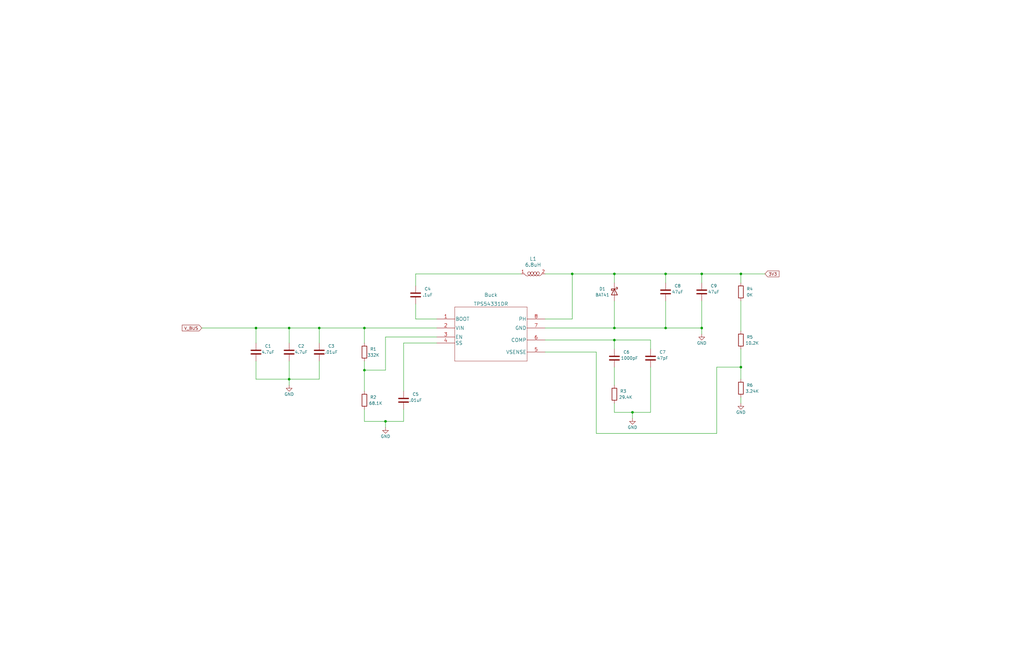
<source format=kicad_sch>
(kicad_sch (version 20211123) (generator eeschema)

  (uuid e8ff6f64-ddbd-4a4a-bbe6-53f2d354815a)

  (paper "USLedger")

  (title_block
    (title "OPEN VIBRATION CIRCUIT SCHEMATIC LAYOUT")
    (date "12-05-2022")
    (rev "A")
    (company "COMPANY: NSE")
    (comment 1 "CHECKED: ANTHONY DOUD")
    (comment 2 "REVIEWED: ZACH LAHNERS")
    (comment 3 "DRAFTED: DAMIEN MORALES")
  )

  (lib_symbols
    (symbol "Device:C" (pin_numbers hide) (pin_names (offset 0.254)) (in_bom yes) (on_board yes)
      (property "Reference" "C" (id 0) (at 0.635 2.54 0)
        (effects (font (size 1.27 1.27)) (justify left))
      )
      (property "Value" "C" (id 1) (at 0.635 -2.54 0)
        (effects (font (size 1.27 1.27)) (justify left))
      )
      (property "Footprint" "" (id 2) (at 0.9652 -3.81 0)
        (effects (font (size 1.27 1.27)) hide)
      )
      (property "Datasheet" "~" (id 3) (at 0 0 0)
        (effects (font (size 1.27 1.27)) hide)
      )
      (property "ki_keywords" "cap capacitor" (id 4) (at 0 0 0)
        (effects (font (size 1.27 1.27)) hide)
      )
      (property "ki_description" "Unpolarized capacitor" (id 5) (at 0 0 0)
        (effects (font (size 1.27 1.27)) hide)
      )
      (property "ki_fp_filters" "C_*" (id 6) (at 0 0 0)
        (effects (font (size 1.27 1.27)) hide)
      )
      (symbol "C_0_1"
        (polyline
          (pts
            (xy -2.032 -0.762)
            (xy 2.032 -0.762)
          )
          (stroke (width 0.508) (type default) (color 0 0 0 0))
          (fill (type none))
        )
        (polyline
          (pts
            (xy -2.032 0.762)
            (xy 2.032 0.762)
          )
          (stroke (width 0.508) (type default) (color 0 0 0 0))
          (fill (type none))
        )
      )
      (symbol "C_1_1"
        (pin passive line (at 0 3.81 270) (length 2.794)
          (name "~" (effects (font (size 1.27 1.27))))
          (number "1" (effects (font (size 1.27 1.27))))
        )
        (pin passive line (at 0 -3.81 90) (length 2.794)
          (name "~" (effects (font (size 1.27 1.27))))
          (number "2" (effects (font (size 1.27 1.27))))
        )
      )
    )
    (symbol "Device:R" (pin_numbers hide) (pin_names (offset 0)) (in_bom yes) (on_board yes)
      (property "Reference" "R" (id 0) (at 2.032 0 90)
        (effects (font (size 1.27 1.27)))
      )
      (property "Value" "R" (id 1) (at 0 0 90)
        (effects (font (size 1.27 1.27)))
      )
      (property "Footprint" "" (id 2) (at -1.778 0 90)
        (effects (font (size 1.27 1.27)) hide)
      )
      (property "Datasheet" "~" (id 3) (at 0 0 0)
        (effects (font (size 1.27 1.27)) hide)
      )
      (property "ki_keywords" "R res resistor" (id 4) (at 0 0 0)
        (effects (font (size 1.27 1.27)) hide)
      )
      (property "ki_description" "Resistor" (id 5) (at 0 0 0)
        (effects (font (size 1.27 1.27)) hide)
      )
      (property "ki_fp_filters" "R_*" (id 6) (at 0 0 0)
        (effects (font (size 1.27 1.27)) hide)
      )
      (symbol "R_0_1"
        (rectangle (start -1.016 -2.54) (end 1.016 2.54)
          (stroke (width 0.254) (type default) (color 0 0 0 0))
          (fill (type none))
        )
      )
      (symbol "R_1_1"
        (pin passive line (at 0 3.81 270) (length 1.27)
          (name "~" (effects (font (size 1.27 1.27))))
          (number "1" (effects (font (size 1.27 1.27))))
        )
        (pin passive line (at 0 -3.81 90) (length 1.27)
          (name "~" (effects (font (size 1.27 1.27))))
          (number "2" (effects (font (size 1.27 1.27))))
        )
      )
    )
    (symbol "Diode:BAT41" (pin_numbers hide) (pin_names (offset 1.016) hide) (in_bom yes) (on_board yes)
      (property "Reference" "D" (id 0) (at 0 2.54 0)
        (effects (font (size 1.27 1.27)))
      )
      (property "Value" "BAT41" (id 1) (at 0 -2.54 0)
        (effects (font (size 1.27 1.27)))
      )
      (property "Footprint" "Diode_THT:D_DO-35_SOD27_P7.62mm_Horizontal" (id 2) (at 0 -4.445 0)
        (effects (font (size 1.27 1.27)) hide)
      )
      (property "Datasheet" "http://www.vishay.com/docs/85659/bat41.pdf" (id 3) (at 0 0 0)
        (effects (font (size 1.27 1.27)) hide)
      )
      (property "ki_keywords" "diode Schottky" (id 4) (at 0 0 0)
        (effects (font (size 1.27 1.27)) hide)
      )
      (property "ki_description" "100V 0.1A Small Signal Schottky Diode, DO-35" (id 5) (at 0 0 0)
        (effects (font (size 1.27 1.27)) hide)
      )
      (property "ki_fp_filters" "D*DO?35*" (id 6) (at 0 0 0)
        (effects (font (size 1.27 1.27)) hide)
      )
      (symbol "BAT41_0_1"
        (polyline
          (pts
            (xy 1.27 0)
            (xy -1.27 0)
          )
          (stroke (width 0) (type default) (color 0 0 0 0))
          (fill (type none))
        )
        (polyline
          (pts
            (xy 1.27 1.27)
            (xy 1.27 -1.27)
            (xy -1.27 0)
            (xy 1.27 1.27)
          )
          (stroke (width 0.254) (type default) (color 0 0 0 0))
          (fill (type none))
        )
        (polyline
          (pts
            (xy -1.905 0.635)
            (xy -1.905 1.27)
            (xy -1.27 1.27)
            (xy -1.27 -1.27)
            (xy -0.635 -1.27)
            (xy -0.635 -0.635)
          )
          (stroke (width 0.254) (type default) (color 0 0 0 0))
          (fill (type none))
        )
      )
      (symbol "BAT41_1_1"
        (pin passive line (at -3.81 0 0) (length 2.54)
          (name "K" (effects (font (size 1.27 1.27))))
          (number "1" (effects (font (size 1.27 1.27))))
        )
        (pin passive line (at 3.81 0 180) (length 2.54)
          (name "A" (effects (font (size 1.27 1.27))))
          (number "2" (effects (font (size 1.27 1.27))))
        )
      )
    )
    (symbol "TPS54331DR_1" (pin_names (offset 0.254)) (in_bom yes) (on_board yes)
      (property "Reference" "Buck" (id 0) (at 22.86 -20.32 0)
        (effects (font (size 1.524 1.524)))
      )
      (property "Value" "TPS54331DR" (id 1) (at 22.86 -24.13 0)
        (effects (font (size 1.524 1.524)))
      )
      (property "Footprint" "D8" (id 2) (at 22.86 6.096 0)
        (effects (font (size 1.524 1.524)) hide)
      )
      (property "Datasheet" "" (id 3) (at 0 0 0)
        (effects (font (size 1.524 1.524)))
      )
      (property "ki_locked" "" (id 4) (at 0 0 0)
        (effects (font (size 1.27 1.27)))
      )
      (property "ki_fp_filters" "D8 D8-M D8-L" (id 5) (at 0 0 0)
        (effects (font (size 1.27 1.27)) hide)
      )
      (symbol "TPS54331DR_1_1_1"
        (polyline
          (pts
            (xy 7.62 -17.78)
            (xy 38.1 -17.78)
          )
          (stroke (width 0.127) (type default) (color 0 0 0 0))
          (fill (type none))
        )
        (polyline
          (pts
            (xy 7.62 5.08)
            (xy 7.62 -17.78)
          )
          (stroke (width 0.127) (type default) (color 0 0 0 0))
          (fill (type none))
        )
        (polyline
          (pts
            (xy 38.1 -17.78)
            (xy 38.1 5.08)
          )
          (stroke (width 0.127) (type default) (color 0 0 0 0))
          (fill (type none))
        )
        (polyline
          (pts
            (xy 38.1 5.08)
            (xy 7.62 5.08)
          )
          (stroke (width 0.127) (type default) (color 0 0 0 0))
          (fill (type none))
        )
        (pin unspecified line (at 0 0 0) (length 7.62)
          (name "BOOT" (effects (font (size 1.4986 1.4986))))
          (number "1" (effects (font (size 1.4986 1.4986))))
        )
        (pin input line (at 0 -3.81 0) (length 7.62)
          (name "VIN" (effects (font (size 1.4986 1.4986))))
          (number "2" (effects (font (size 1.4986 1.4986))))
        )
        (pin unspecified line (at 0 -7.62 0) (length 7.62)
          (name "EN" (effects (font (size 1.4986 1.4986))))
          (number "3" (effects (font (size 1.4986 1.4986))))
        )
        (pin unspecified line (at 0 -10.16 0) (length 7.62)
          (name "SS" (effects (font (size 1.4986 1.4986))))
          (number "4" (effects (font (size 1.4986 1.4986))))
        )
        (pin unspecified line (at 45.72 -13.97 180) (length 7.62)
          (name "VSENSE" (effects (font (size 1.4986 1.4986))))
          (number "5" (effects (font (size 1.4986 1.4986))))
        )
        (pin output line (at 45.72 -8.89 180) (length 7.62)
          (name "COMP" (effects (font (size 1.4986 1.4986))))
          (number "6" (effects (font (size 1.4986 1.4986))))
        )
        (pin power_in line (at 45.72 -3.81 180) (length 7.62)
          (name "GND" (effects (font (size 1.4986 1.4986))))
          (number "7" (effects (font (size 1.4986 1.4986))))
        )
        (pin power_in line (at 45.72 0 180) (length 7.62)
          (name "PH" (effects (font (size 1.4986 1.4986))))
          (number "8" (effects (font (size 1.4986 1.4986))))
        )
      )
    )
    (symbol "dk_Fixed-Inductors:82103C" (pin_names (offset 1.016)) (in_bom yes) (on_board yes)
      (property "Reference" "L" (id 0) (at -3.175 3.175 0)
        (effects (font (size 1.524 1.524)))
      )
      (property "Value" "82103C" (id 1) (at 5.08 -1.905 0)
        (effects (font (size 1.524 1.524)))
      )
      (property "Footprint" "digikey-footprints:1206" (id 2) (at 5.08 5.08 0)
        (effects (font (size 1.524 1.524)) (justify left) hide)
      )
      (property "Datasheet" "https://www.murata-ps.com/data/magnetics/kmp_8200c.pdf" (id 3) (at 5.08 7.62 0)
        (effects (font (size 1.524 1.524)) (justify left) hide)
      )
      (property "Digi-Key_PN" "811-2473-1-ND" (id 4) (at 5.08 10.16 0)
        (effects (font (size 1.524 1.524)) (justify left) hide)
      )
      (property "MPN" "82103C" (id 5) (at 5.08 12.7 0)
        (effects (font (size 1.524 1.524)) (justify left) hide)
      )
      (property "Category" "Inductors, Coils, Chokes" (id 6) (at 5.08 15.24 0)
        (effects (font (size 1.524 1.524)) (justify left) hide)
      )
      (property "Family" "Fixed Inductors" (id 7) (at 5.08 17.78 0)
        (effects (font (size 1.524 1.524)) (justify left) hide)
      )
      (property "DK_Datasheet_Link" "https://www.murata-ps.com/data/magnetics/kmp_8200c.pdf" (id 8) (at 5.08 20.32 0)
        (effects (font (size 1.524 1.524)) (justify left) hide)
      )
      (property "DK_Detail_Page" "/product-detail/en/murata-power-solutions-inc/82103C/811-2473-1-ND/3178544" (id 9) (at 5.08 22.86 0)
        (effects (font (size 1.524 1.524)) (justify left) hide)
      )
      (property "Description" "FIXED IND 10UH 500MA 400 MOHM" (id 10) (at 5.08 25.4 0)
        (effects (font (size 1.524 1.524)) (justify left) hide)
      )
      (property "Manufacturer" "Murata Power Solutions Inc." (id 11) (at 5.08 27.94 0)
        (effects (font (size 1.524 1.524)) (justify left) hide)
      )
      (property "Status" "Active" (id 12) (at 5.08 30.48 0)
        (effects (font (size 1.524 1.524)) (justify left) hide)
      )
      (property "ki_keywords" "811-2473-1-ND 8200" (id 13) (at 0 0 0)
        (effects (font (size 1.27 1.27)) hide)
      )
      (property "ki_description" "FIXED IND 10UH 500MA 400 MOHM" (id 14) (at 0 0 0)
        (effects (font (size 1.27 1.27)) hide)
      )
      (symbol "82103C_0_1"
        (arc (start -3.556 0) (mid -2.1694 -0.8461) (end -1.1938 0.4318)
          (stroke (width 0) (type default) (color 0 0 0 0))
          (fill (type none))
        )
        (arc (start -2.2098 0.508) (mid -2.0918 -0.2848) (end -1.4478 -0.762)
          (stroke (width 0) (type default) (color 0 0 0 0))
          (fill (type none))
        )
        (arc (start -1.4732 -0.762) (mid -0.4347 -0.6489) (end 0.0508 0.254)
          (stroke (width 0) (type default) (color 0 0 0 0))
          (fill (type none))
        )
        (arc (start -1.1938 0.254) (mid -1.5764 0.8583) (end -2.2098 0.508)
          (stroke (width 0) (type default) (color 0 0 0 0))
          (fill (type none))
        )
        (arc (start -0.9398 0.508) (mid -0.8218 -0.2848) (end -0.1778 -0.762)
          (stroke (width 0) (type default) (color 0 0 0 0))
          (fill (type none))
        )
        (arc (start -0.2032 -0.762) (mid 0.8353 -0.6489) (end 1.3208 0.254)
          (stroke (width 0) (type default) (color 0 0 0 0))
          (fill (type none))
        )
        (arc (start 0.0762 0.254) (mid -0.3064 0.8583) (end -0.9398 0.508)
          (stroke (width 0) (type default) (color 0 0 0 0))
          (fill (type none))
        )
        (arc (start 0.3302 0.508) (mid 0.4482 -0.2848) (end 1.0922 -0.762)
          (stroke (width 0) (type default) (color 0 0 0 0))
          (fill (type none))
        )
        (arc (start 1.0668 -0.762) (mid 2.1053 -0.6489) (end 2.5908 0.254)
          (stroke (width 0) (type default) (color 0 0 0 0))
          (fill (type none))
        )
        (arc (start 1.3462 0.254) (mid 0.9636 0.8583) (end 0.3302 0.508)
          (stroke (width 0) (type default) (color 0 0 0 0))
          (fill (type none))
        )
        (arc (start 1.5748 0.4318) (mid 2.3727 -0.7843) (end 3.5814 0)
          (stroke (width 0) (type default) (color 0 0 0 0))
          (fill (type none))
        )
        (arc (start 2.6162 0.254) (mid 2.2336 0.8583) (end 1.6002 0.508)
          (stroke (width 0) (type default) (color 0 0 0 0))
          (fill (type none))
        )
      )
      (symbol "82103C_1_1"
        (pin passive line (at -5.08 0 0) (length 1.4986)
          (name "~" (effects (font (size 1.27 1.27))))
          (number "1" (effects (font (size 1.27 1.27))))
        )
        (pin passive line (at 5.08 0 180) (length 1.4986)
          (name "~" (effects (font (size 1.27 1.27))))
          (number "2" (effects (font (size 1.27 1.27))))
        )
      )
    )
    (symbol "power:GND" (power) (pin_names (offset 0)) (in_bom yes) (on_board yes)
      (property "Reference" "#PWR" (id 0) (at 0 -6.35 0)
        (effects (font (size 1.27 1.27)) hide)
      )
      (property "Value" "GND" (id 1) (at 0 -3.81 0)
        (effects (font (size 1.27 1.27)))
      )
      (property "Footprint" "" (id 2) (at 0 0 0)
        (effects (font (size 1.27 1.27)) hide)
      )
      (property "Datasheet" "" (id 3) (at 0 0 0)
        (effects (font (size 1.27 1.27)) hide)
      )
      (property "ki_keywords" "power-flag" (id 4) (at 0 0 0)
        (effects (font (size 1.27 1.27)) hide)
      )
      (property "ki_description" "Power symbol creates a global label with name \"GND\" , ground" (id 5) (at 0 0 0)
        (effects (font (size 1.27 1.27)) hide)
      )
      (symbol "GND_0_1"
        (polyline
          (pts
            (xy 0 0)
            (xy 0 -1.27)
            (xy 1.27 -1.27)
            (xy 0 -2.54)
            (xy -1.27 -1.27)
            (xy 0 -1.27)
          )
          (stroke (width 0) (type default) (color 0 0 0 0))
          (fill (type none))
        )
      )
      (symbol "GND_1_1"
        (pin power_in line (at 0 0 270) (length 0) hide
          (name "GND" (effects (font (size 1.27 1.27))))
          (number "1" (effects (font (size 1.27 1.27))))
        )
      )
    )
  )

  (junction (at 162.56 177.8) (diameter 0) (color 0 0 0 0)
    (uuid 04303567-c7c1-4a8f-ac95-c00e036c0c4a)
  )
  (junction (at 312.42 154.94) (diameter 0) (color 0 0 0 0)
    (uuid 186920d3-42f7-49ea-aaaf-b6a6bd2ab8d8)
  )
  (junction (at 312.42 115.57) (diameter 0) (color 0 0 0 0)
    (uuid 260a785f-fa09-467f-92c2-c633ffeef96f)
  )
  (junction (at 280.67 115.57) (diameter 0) (color 0 0 0 0)
    (uuid 2ef5adc1-1f7a-4510-91c3-1c56b7a3a9ec)
  )
  (junction (at 153.67 138.43) (diameter 0) (color 0 0 0 0)
    (uuid 307c3813-218c-4be0-a083-3536cd265699)
  )
  (junction (at 107.95 138.43) (diameter 0) (color 0 0 0 0)
    (uuid 351510c2-44a5-4afc-ab5a-e486f135acbe)
  )
  (junction (at 259.08 115.57) (diameter 0) (color 0 0 0 0)
    (uuid 48528c6f-6d53-4e90-9c18-7894e6d3fb28)
  )
  (junction (at 259.08 143.51) (diameter 0) (color 0 0 0 0)
    (uuid 4e21dca2-154b-4d29-9db3-f91ab74b2fda)
  )
  (junction (at 295.91 138.43) (diameter 0) (color 0 0 0 0)
    (uuid 632af5da-6f52-4a11-a50b-746d8eaeb44d)
  )
  (junction (at 121.92 160.02) (diameter 0) (color 0 0 0 0)
    (uuid 8538da81-9fc2-4cad-84dd-ad88a84db6d0)
  )
  (junction (at 259.08 138.43) (diameter 0) (color 0 0 0 0)
    (uuid 85b4e679-332a-413b-98be-8eeaea3e869a)
  )
  (junction (at 134.62 138.43) (diameter 0) (color 0 0 0 0)
    (uuid a68bd82d-e339-4d18-a7e4-13a465b7c0d8)
  )
  (junction (at 266.7 173.99) (diameter 0) (color 0 0 0 0)
    (uuid aec9f158-ff6b-4e8a-8787-6321d59e9691)
  )
  (junction (at 121.92 138.43) (diameter 0) (color 0 0 0 0)
    (uuid d0b37bc8-dcf7-4a34-8177-e08389560ce2)
  )
  (junction (at 280.67 138.43) (diameter 0) (color 0 0 0 0)
    (uuid d4985e1f-abb2-4303-92ac-da05edf735e6)
  )
  (junction (at 153.67 156.21) (diameter 0) (color 0 0 0 0)
    (uuid e76f7b54-ceaa-439a-8e0d-610578e6d9b3)
  )
  (junction (at 295.91 115.57) (diameter 0) (color 0 0 0 0)
    (uuid f15559c0-e332-409d-97cd-76a58baf3a5a)
  )
  (junction (at 241.3 115.57) (diameter 0) (color 0 0 0 0)
    (uuid f5d86adb-5fd4-441f-823b-0f70ab231000)
  )

  (wire (pts (xy 153.67 152.4) (xy 153.67 156.21))
    (stroke (width 0) (type default) (color 0 0 0 0))
    (uuid 07fd613b-6876-4e92-8fd0-bb9637f24221)
  )
  (wire (pts (xy 295.91 115.57) (xy 312.42 115.57))
    (stroke (width 0) (type default) (color 0 0 0 0))
    (uuid 084ce1a2-948e-4080-8540-efa6e59ae135)
  )
  (wire (pts (xy 85.09 138.43) (xy 107.95 138.43))
    (stroke (width 0) (type default) (color 0 0 0 0))
    (uuid 08536d6d-07f9-4989-b997-66e757805bc5)
  )
  (wire (pts (xy 302.26 154.94) (xy 312.42 154.94))
    (stroke (width 0) (type default) (color 0 0 0 0))
    (uuid 0ecb117c-822d-45ab-8404-8e6fd7ba412b)
  )
  (wire (pts (xy 280.67 115.57) (xy 295.91 115.57))
    (stroke (width 0) (type default) (color 0 0 0 0))
    (uuid 13489216-c311-4468-af08-edf74f317824)
  )
  (wire (pts (xy 107.95 138.43) (xy 107.95 144.78))
    (stroke (width 0) (type default) (color 0 0 0 0))
    (uuid 158b209f-d602-42e9-b033-72e876d68cb9)
  )
  (wire (pts (xy 274.32 154.94) (xy 274.32 173.99))
    (stroke (width 0) (type default) (color 0 0 0 0))
    (uuid 1e374c76-c0ff-4074-8db0-975cf4d80c8d)
  )
  (wire (pts (xy 274.32 143.51) (xy 259.08 143.51))
    (stroke (width 0) (type default) (color 0 0 0 0))
    (uuid 22be0910-cacd-40ab-b776-6a043c7689b5)
  )
  (wire (pts (xy 259.08 115.57) (xy 259.08 119.38))
    (stroke (width 0) (type default) (color 0 0 0 0))
    (uuid 2b7d0c9d-f09b-41d1-9535-37f660c1952f)
  )
  (wire (pts (xy 312.42 127) (xy 312.42 139.7))
    (stroke (width 0) (type default) (color 0 0 0 0))
    (uuid 2bde003c-54d0-4627-b3ff-0e2bbb006408)
  )
  (wire (pts (xy 229.87 115.57) (xy 241.3 115.57))
    (stroke (width 0) (type default) (color 0 0 0 0))
    (uuid 2da2f239-a4d2-4e74-9d42-6a97b0254364)
  )
  (wire (pts (xy 175.26 115.57) (xy 219.71 115.57))
    (stroke (width 0) (type default) (color 0 0 0 0))
    (uuid 32379db1-afa0-471c-b14a-64aacb939f16)
  )
  (wire (pts (xy 266.7 173.99) (xy 266.7 176.53))
    (stroke (width 0) (type default) (color 0 0 0 0))
    (uuid 3bd6abcd-8225-4b7a-a7ec-d8951f3b5b9f)
  )
  (wire (pts (xy 170.18 165.1) (xy 170.18 144.78))
    (stroke (width 0) (type default) (color 0 0 0 0))
    (uuid 3ef2665b-46bb-4677-b17d-af486056b0e5)
  )
  (wire (pts (xy 229.87 134.62) (xy 241.3 134.62))
    (stroke (width 0) (type default) (color 0 0 0 0))
    (uuid 4029e54b-5986-4393-836f-9353eda589d2)
  )
  (wire (pts (xy 121.92 138.43) (xy 121.92 144.78))
    (stroke (width 0) (type default) (color 0 0 0 0))
    (uuid 435408e0-8257-417d-b77e-62adc3d064f3)
  )
  (wire (pts (xy 259.08 143.51) (xy 259.08 147.32))
    (stroke (width 0) (type default) (color 0 0 0 0))
    (uuid 48133066-fe1a-46ee-9441-0934b9b021c0)
  )
  (wire (pts (xy 162.56 177.8) (xy 162.56 180.34))
    (stroke (width 0) (type default) (color 0 0 0 0))
    (uuid 4e1bee45-4092-4cb6-9c67-20d64dd66f5b)
  )
  (wire (pts (xy 134.62 160.02) (xy 121.92 160.02))
    (stroke (width 0) (type default) (color 0 0 0 0))
    (uuid 50f06fe3-ba4a-4837-b3d4-eb80e884ea19)
  )
  (wire (pts (xy 121.92 160.02) (xy 121.92 162.56))
    (stroke (width 0) (type default) (color 0 0 0 0))
    (uuid 57e76368-3f8e-49e6-ba2c-6e3ca3c7442c)
  )
  (wire (pts (xy 312.42 115.57) (xy 322.58 115.57))
    (stroke (width 0) (type default) (color 0 0 0 0))
    (uuid 61404526-142f-45b8-9b55-e1574944aee9)
  )
  (wire (pts (xy 295.91 138.43) (xy 280.67 138.43))
    (stroke (width 0) (type default) (color 0 0 0 0))
    (uuid 620d43a7-15fc-4255-aa79-75437914f5eb)
  )
  (wire (pts (xy 312.42 147.32) (xy 312.42 154.94))
    (stroke (width 0) (type default) (color 0 0 0 0))
    (uuid 719c8cb5-64ad-466a-9a31-f85f43496a17)
  )
  (wire (pts (xy 312.42 154.94) (xy 312.42 160.02))
    (stroke (width 0) (type default) (color 0 0 0 0))
    (uuid 72c32b31-4caa-4c16-b5de-2486d3b335f8)
  )
  (wire (pts (xy 295.91 119.38) (xy 295.91 115.57))
    (stroke (width 0) (type default) (color 0 0 0 0))
    (uuid 749c1f7a-5c0b-49e3-9761-ce5bf899d5b2)
  )
  (wire (pts (xy 107.95 152.4) (xy 107.95 160.02))
    (stroke (width 0) (type default) (color 0 0 0 0))
    (uuid 7556c4df-bcf0-4f13-aa92-6b5e6767af07)
  )
  (wire (pts (xy 107.95 138.43) (xy 121.92 138.43))
    (stroke (width 0) (type default) (color 0 0 0 0))
    (uuid 76bc2ad7-74f9-45b9-a392-6c203e67f761)
  )
  (wire (pts (xy 107.95 160.02) (xy 121.92 160.02))
    (stroke (width 0) (type default) (color 0 0 0 0))
    (uuid 870206bd-775a-41d2-b7be-1bd731f7095a)
  )
  (wire (pts (xy 175.26 120.65) (xy 175.26 115.57))
    (stroke (width 0) (type default) (color 0 0 0 0))
    (uuid 898cf7e3-ea74-477a-9c4c-f7bbaab5bd68)
  )
  (wire (pts (xy 280.67 138.43) (xy 259.08 138.43))
    (stroke (width 0) (type default) (color 0 0 0 0))
    (uuid 8fa1e71b-0a16-4f1d-8b6f-bd79c988cbfc)
  )
  (wire (pts (xy 259.08 143.51) (xy 229.87 143.51))
    (stroke (width 0) (type default) (color 0 0 0 0))
    (uuid 92b484ca-e217-4696-8d9a-8cdbd470738d)
  )
  (wire (pts (xy 170.18 172.72) (xy 170.18 177.8))
    (stroke (width 0) (type default) (color 0 0 0 0))
    (uuid 946fc372-bf6b-43e0-a41c-7f4a69428df8)
  )
  (wire (pts (xy 259.08 138.43) (xy 259.08 127))
    (stroke (width 0) (type default) (color 0 0 0 0))
    (uuid 95a438b0-aef0-4137-b28c-69cfbf564f3e)
  )
  (wire (pts (xy 184.15 134.62) (xy 175.26 134.62))
    (stroke (width 0) (type default) (color 0 0 0 0))
    (uuid 9a010ca2-0f23-46c2-ae34-7f181f78a7c4)
  )
  (wire (pts (xy 312.42 115.57) (xy 312.42 119.38))
    (stroke (width 0) (type default) (color 0 0 0 0))
    (uuid 9c2e39cb-55cb-49ad-b21e-8d603200cadc)
  )
  (wire (pts (xy 121.92 152.4) (xy 121.92 160.02))
    (stroke (width 0) (type default) (color 0 0 0 0))
    (uuid 9e68179f-5b8b-47d0-8a1a-ab0a5666d7b9)
  )
  (wire (pts (xy 162.56 156.21) (xy 153.67 156.21))
    (stroke (width 0) (type default) (color 0 0 0 0))
    (uuid a08f2450-5066-4f97-ab14-9de35306ed25)
  )
  (wire (pts (xy 295.91 138.43) (xy 295.91 140.97))
    (stroke (width 0) (type default) (color 0 0 0 0))
    (uuid a15b1d57-efad-428c-8a3b-f71987af0005)
  )
  (wire (pts (xy 259.08 154.94) (xy 259.08 162.56))
    (stroke (width 0) (type default) (color 0 0 0 0))
    (uuid a3dd7c90-34a3-45f1-b64d-b1c7da0731f6)
  )
  (wire (pts (xy 295.91 127) (xy 295.91 138.43))
    (stroke (width 0) (type default) (color 0 0 0 0))
    (uuid a616fda9-8a6d-40ad-98a8-768317531c64)
  )
  (wire (pts (xy 153.67 177.8) (xy 162.56 177.8))
    (stroke (width 0) (type default) (color 0 0 0 0))
    (uuid a82c4701-40fd-4166-b134-80150bbd79b6)
  )
  (wire (pts (xy 153.67 138.43) (xy 184.15 138.43))
    (stroke (width 0) (type default) (color 0 0 0 0))
    (uuid a860e552-e933-4702-8072-79c04acca234)
  )
  (wire (pts (xy 121.92 138.43) (xy 134.62 138.43))
    (stroke (width 0) (type default) (color 0 0 0 0))
    (uuid aad3df34-f301-4b0d-a626-3894ce864163)
  )
  (wire (pts (xy 153.67 156.21) (xy 153.67 165.1))
    (stroke (width 0) (type default) (color 0 0 0 0))
    (uuid acba1e99-13dd-4349-8c38-ea5fa285f6d2)
  )
  (wire (pts (xy 153.67 172.72) (xy 153.67 177.8))
    (stroke (width 0) (type default) (color 0 0 0 0))
    (uuid ae16320e-35e4-421a-ae01-0f49313345f3)
  )
  (wire (pts (xy 175.26 134.62) (xy 175.26 128.27))
    (stroke (width 0) (type default) (color 0 0 0 0))
    (uuid af9c59bd-1292-4a68-b3f3-93e0b46d98e5)
  )
  (wire (pts (xy 280.67 115.57) (xy 280.67 119.38))
    (stroke (width 0) (type default) (color 0 0 0 0))
    (uuid b21cf932-05da-4078-9497-ff57a4e034c7)
  )
  (wire (pts (xy 153.67 138.43) (xy 153.67 144.78))
    (stroke (width 0) (type default) (color 0 0 0 0))
    (uuid b5ca1095-8b65-4c20-84bb-2668b412f8bc)
  )
  (wire (pts (xy 302.26 182.88) (xy 302.26 154.94))
    (stroke (width 0) (type default) (color 0 0 0 0))
    (uuid bd0aec85-18a1-40cc-b42d-b8aca77086a5)
  )
  (wire (pts (xy 266.7 173.99) (xy 259.08 173.99))
    (stroke (width 0) (type default) (color 0 0 0 0))
    (uuid c2ec8a19-5c5b-4da4-9921-2f92de50aec5)
  )
  (wire (pts (xy 134.62 138.43) (xy 153.67 138.43))
    (stroke (width 0) (type default) (color 0 0 0 0))
    (uuid c34c2da5-bcf9-4060-a9ca-be3dba2c7d40)
  )
  (wire (pts (xy 241.3 115.57) (xy 259.08 115.57))
    (stroke (width 0) (type default) (color 0 0 0 0))
    (uuid d1ea6aab-ccaf-4795-9299-f84feaa12491)
  )
  (wire (pts (xy 229.87 148.59) (xy 251.46 148.59))
    (stroke (width 0) (type default) (color 0 0 0 0))
    (uuid d4494971-2b12-4f81-8c26-abb94c3e9138)
  )
  (wire (pts (xy 134.62 138.43) (xy 134.62 144.78))
    (stroke (width 0) (type default) (color 0 0 0 0))
    (uuid d5aba54b-62b5-4735-8d81-ff0ef61eafd8)
  )
  (wire (pts (xy 241.3 134.62) (xy 241.3 115.57))
    (stroke (width 0) (type default) (color 0 0 0 0))
    (uuid dd5f9c5c-3186-45a3-add9-848e3fc7ef70)
  )
  (wire (pts (xy 229.87 138.43) (xy 259.08 138.43))
    (stroke (width 0) (type default) (color 0 0 0 0))
    (uuid df5bee13-7645-412c-abed-05ed07b1d914)
  )
  (wire (pts (xy 162.56 142.24) (xy 162.56 156.21))
    (stroke (width 0) (type default) (color 0 0 0 0))
    (uuid e065389e-edf8-4bf5-9ac0-5d70565b5f16)
  )
  (wire (pts (xy 274.32 173.99) (xy 266.7 173.99))
    (stroke (width 0) (type default) (color 0 0 0 0))
    (uuid e15c311e-7da3-49cf-9020-78788dce8e11)
  )
  (wire (pts (xy 162.56 177.8) (xy 170.18 177.8))
    (stroke (width 0) (type default) (color 0 0 0 0))
    (uuid e497df48-6a0b-4d97-9b02-9a8070f42b96)
  )
  (wire (pts (xy 134.62 152.4) (xy 134.62 160.02))
    (stroke (width 0) (type default) (color 0 0 0 0))
    (uuid e61cb6d1-eb82-4b6e-b333-426efb89fb51)
  )
  (wire (pts (xy 251.46 182.88) (xy 302.26 182.88))
    (stroke (width 0) (type default) (color 0 0 0 0))
    (uuid ec75f19d-00e9-4983-b403-035f8fd663d8)
  )
  (wire (pts (xy 274.32 147.32) (xy 274.32 143.51))
    (stroke (width 0) (type default) (color 0 0 0 0))
    (uuid ed8a3dfa-15a9-4a66-a60c-8103eba173f5)
  )
  (wire (pts (xy 184.15 142.24) (xy 162.56 142.24))
    (stroke (width 0) (type default) (color 0 0 0 0))
    (uuid eed1a688-6f00-443b-8b24-4edc69a0d202)
  )
  (wire (pts (xy 312.42 167.64) (xy 312.42 170.18))
    (stroke (width 0) (type default) (color 0 0 0 0))
    (uuid f0063673-7d49-4488-8228-c0e94008e4fa)
  )
  (wire (pts (xy 280.67 127) (xy 280.67 138.43))
    (stroke (width 0) (type default) (color 0 0 0 0))
    (uuid f198d5df-70cc-4df8-afe0-df7a31cd19bb)
  )
  (wire (pts (xy 259.08 115.57) (xy 280.67 115.57))
    (stroke (width 0) (type default) (color 0 0 0 0))
    (uuid f4b48b8b-8a21-4822-afb3-87373675e344)
  )
  (wire (pts (xy 170.18 144.78) (xy 184.15 144.78))
    (stroke (width 0) (type default) (color 0 0 0 0))
    (uuid f735a9a1-7f32-41f9-82f2-31caebd9c887)
  )
  (wire (pts (xy 251.46 148.59) (xy 251.46 182.88))
    (stroke (width 0) (type default) (color 0 0 0 0))
    (uuid f7cdeeb8-b98f-4fd5-89cd-ba112c6c4982)
  )
  (wire (pts (xy 259.08 173.99) (xy 259.08 170.18))
    (stroke (width 0) (type default) (color 0 0 0 0))
    (uuid fedf70cb-50fa-4dcf-a4fb-b6f0f6ccccf9)
  )

  (global_label "V_BUS" (shape input) (at 85.09 138.43 180) (fields_autoplaced)
    (effects (font (size 1.27 1.27)) (justify right))
    (uuid 39a4c60e-d330-460c-bcc4-672e830e2150)
    (property "Intersheet References" "${INTERSHEET_REFS}" (id 0) (at 76.8107 138.3506 0)
      (effects (font (size 1.27 1.27)) (justify right) hide)
    )
  )
  (global_label "3V3" (shape input) (at 322.58 115.57 0) (fields_autoplaced)
    (effects (font (size 1.27 1.27)) (justify left))
    (uuid af5fd31d-6edb-4571-8b63-70919d13cc81)
    (property "Intersheet References" "${INTERSHEET_REFS}" (id 0) (at 328.5007 115.4906 0)
      (effects (font (size 1.27 1.27)) (justify left) hide)
    )
  )

  (symbol (lib_id "Device:R") (at 153.67 148.59 180) (unit 1)
    (in_bom yes) (on_board yes)
    (uuid 086053b4-cc11-4708-84f4-07565655a392)
    (property "Reference" "R1" (id 0) (at 158.75 147.32 0)
      (effects (font (size 1.27 1.27)) (justify left))
    )
    (property "Value" "332K" (id 1) (at 160.02 149.86 0)
      (effects (font (size 1.27 1.27)) (justify left))
    )
    (property "Footprint" "Resistor_SMD:R_0603_1608Metric" (id 2) (at 155.448 148.59 90)
      (effects (font (size 1.27 1.27)) hide)
    )
    (property "Datasheet" "~" (id 3) (at 153.67 148.59 0)
      (effects (font (size 1.27 1.27)) hide)
    )
    (pin "1" (uuid 15eaced6-0077-41ea-99c9-6e751f587536))
    (pin "2" (uuid 07b12181-77e6-40e5-ac4e-1794b0478c18))
  )

  (symbol (lib_id "power:GND") (at 295.91 140.97 0) (unit 1)
    (in_bom yes) (on_board yes)
    (uuid 1993ca35-3186-451a-978c-d046a899128d)
    (property "Reference" "#PWR?" (id 0) (at 295.91 147.32 0)
      (effects (font (size 1.27 1.27)) hide)
    )
    (property "Value" "GND" (id 1) (at 295.91 144.78 0))
    (property "Footprint" "" (id 2) (at 295.91 140.97 0)
      (effects (font (size 1.27 1.27)) hide)
    )
    (property "Datasheet" "" (id 3) (at 295.91 140.97 0)
      (effects (font (size 1.27 1.27)) hide)
    )
    (pin "1" (uuid d10e933c-b068-4fa5-9287-51cd3f60da23))
  )

  (symbol (lib_id "Device:C") (at 134.62 148.59 180) (unit 1)
    (in_bom yes) (on_board yes)
    (uuid 20e839ee-bf27-4129-840c-c92f54aeab55)
    (property "Reference" "C3" (id 0) (at 139.7 146.05 0))
    (property "Value" ".01uF" (id 1) (at 139.7 148.59 0))
    (property "Footprint" "Capacitor_SMD:C_0603_1608Metric" (id 2) (at 133.6548 144.78 0)
      (effects (font (size 1.27 1.27)) hide)
    )
    (property "Datasheet" "~" (id 3) (at 134.62 148.59 0)
      (effects (font (size 1.27 1.27)) hide)
    )
    (pin "1" (uuid 1a6cb3e8-6961-4719-9654-85a63b70c49e))
    (pin "2" (uuid c910e00b-bd06-4cc6-ab28-2a8691845262))
  )

  (symbol (lib_id "Device:C") (at 121.92 148.59 180) (unit 1)
    (in_bom yes) (on_board yes)
    (uuid 22ec38ac-ac30-4f84-9ada-35b994bc50db)
    (property "Reference" "C2" (id 0) (at 127 146.05 0))
    (property "Value" "4.7uF" (id 1) (at 127 148.59 0))
    (property "Footprint" "Capacitor_SMD:C_0603_1608Metric" (id 2) (at 120.9548 144.78 0)
      (effects (font (size 1.27 1.27)) hide)
    )
    (property "Datasheet" "~" (id 3) (at 121.92 148.59 0)
      (effects (font (size 1.27 1.27)) hide)
    )
    (pin "1" (uuid 76b377dc-8da2-49bd-bbe7-cd5d761bc130))
    (pin "2" (uuid 0ec69108-daa7-44fa-a509-b1f18a4f6308))
  )

  (symbol (lib_id "dk_Fixed-Inductors:82103C") (at 224.79 115.57 0) (unit 1)
    (in_bom yes) (on_board yes)
    (uuid 35e1e670-dbee-4b46-88af-e92e4c620afe)
    (property "Reference" "L1" (id 0) (at 224.79 109.22 0)
      (effects (font (size 1.524 1.524)))
    )
    (property "Value" "6.8uH" (id 1) (at 224.79 111.76 0)
      (effects (font (size 1.524 1.524)))
    )
    (property "Footprint" "digikey-footprints:1206" (id 2) (at 229.87 110.49 0)
      (effects (font (size 1.524 1.524)) (justify left) hide)
    )
    (property "Datasheet" "https://www.murata-ps.com/data/magnetics/kmp_8200c.pdf" (id 3) (at 229.87 107.95 0)
      (effects (font (size 1.524 1.524)) (justify left) hide)
    )
    (property "Digi-Key_PN" "811-2473-1-ND" (id 4) (at 229.87 105.41 0)
      (effects (font (size 1.524 1.524)) (justify left) hide)
    )
    (property "MPN" "82103C" (id 5) (at 229.87 102.87 0)
      (effects (font (size 1.524 1.524)) (justify left) hide)
    )
    (property "Category" "Inductors, Coils, Chokes" (id 6) (at 229.87 100.33 0)
      (effects (font (size 1.524 1.524)) (justify left) hide)
    )
    (property "Family" "Fixed Inductors" (id 7) (at 229.87 97.79 0)
      (effects (font (size 1.524 1.524)) (justify left) hide)
    )
    (property "DK_Datasheet_Link" "https://www.murata-ps.com/data/magnetics/kmp_8200c.pdf" (id 8) (at 229.87 95.25 0)
      (effects (font (size 1.524 1.524)) (justify left) hide)
    )
    (property "DK_Detail_Page" "/product-detail/en/murata-power-solutions-inc/82103C/811-2473-1-ND/3178544" (id 9) (at 229.87 92.71 0)
      (effects (font (size 1.524 1.524)) (justify left) hide)
    )
    (property "Description" "FIXED IND 10UH 500MA 400 MOHM" (id 10) (at 229.87 90.17 0)
      (effects (font (size 1.524 1.524)) (justify left) hide)
    )
    (property "Manufacturer" "Murata Power Solutions Inc." (id 11) (at 229.87 87.63 0)
      (effects (font (size 1.524 1.524)) (justify left) hide)
    )
    (property "Status" "Active" (id 12) (at 229.87 85.09 0)
      (effects (font (size 1.524 1.524)) (justify left) hide)
    )
    (pin "1" (uuid 949b5159-9687-42e0-8724-cee5077cca01))
    (pin "2" (uuid 785c41c5-d6d8-4339-8148-81eada25b38e))
  )

  (symbol (lib_id "Device:R") (at 153.67 168.91 180) (unit 1)
    (in_bom yes) (on_board yes)
    (uuid 69e4dd18-e0a0-4ff5-94d7-434b89e3875d)
    (property "Reference" "R2" (id 0) (at 158.75 167.64 0)
      (effects (font (size 1.27 1.27)) (justify left))
    )
    (property "Value" "68.1K" (id 1) (at 161.29 170.18 0)
      (effects (font (size 1.27 1.27)) (justify left))
    )
    (property "Footprint" "Resistor_SMD:R_0603_1608Metric" (id 2) (at 155.448 168.91 90)
      (effects (font (size 1.27 1.27)) hide)
    )
    (property "Datasheet" "~" (id 3) (at 153.67 168.91 0)
      (effects (font (size 1.27 1.27)) hide)
    )
    (pin "1" (uuid f05de072-f729-4c7b-997a-66980d17a507))
    (pin "2" (uuid b3ff7f10-5b81-4f4f-8d17-5be2e3a3bb74))
  )

  (symbol (lib_id "power:GND") (at 312.42 170.18 0) (unit 1)
    (in_bom yes) (on_board yes)
    (uuid 7520dd02-dfa0-446a-9118-e0bc77647eb9)
    (property "Reference" "#PWR?" (id 0) (at 312.42 176.53 0)
      (effects (font (size 1.27 1.27)) hide)
    )
    (property "Value" "GND" (id 1) (at 312.42 173.99 0))
    (property "Footprint" "" (id 2) (at 312.42 170.18 0)
      (effects (font (size 1.27 1.27)) hide)
    )
    (property "Datasheet" "" (id 3) (at 312.42 170.18 0)
      (effects (font (size 1.27 1.27)) hide)
    )
    (pin "1" (uuid 5a67282c-e5be-40ed-876d-0ed082897fc6))
  )

  (symbol (lib_id "Device:R") (at 312.42 143.51 180) (unit 1)
    (in_bom yes) (on_board yes)
    (uuid 793712f1-e8b1-4012-a762-2a17719da111)
    (property "Reference" "R5" (id 0) (at 317.5 142.24 0)
      (effects (font (size 1.27 1.27)) (justify left))
    )
    (property "Value" "10.2K" (id 1) (at 320.04 144.78 0)
      (effects (font (size 1.27 1.27)) (justify left))
    )
    (property "Footprint" "Resistor_SMD:R_0603_1608Metric" (id 2) (at 314.198 143.51 90)
      (effects (font (size 1.27 1.27)) hide)
    )
    (property "Datasheet" "~" (id 3) (at 312.42 143.51 0)
      (effects (font (size 1.27 1.27)) hide)
    )
    (pin "1" (uuid 10585f8c-5a4d-4bc4-8bb4-f58406b3e4d3))
    (pin "2" (uuid f2310072-cdfc-4973-8833-b916103e0475))
  )

  (symbol (lib_id "power:GND") (at 162.56 180.34 0) (unit 1)
    (in_bom yes) (on_board yes)
    (uuid 87d7e6fd-8043-437d-bc87-a1e46f1b1a1d)
    (property "Reference" "#PWR?" (id 0) (at 162.56 186.69 0)
      (effects (font (size 1.27 1.27)) hide)
    )
    (property "Value" "GND" (id 1) (at 162.56 184.15 0))
    (property "Footprint" "" (id 2) (at 162.56 180.34 0)
      (effects (font (size 1.27 1.27)) hide)
    )
    (property "Datasheet" "" (id 3) (at 162.56 180.34 0)
      (effects (font (size 1.27 1.27)) hide)
    )
    (pin "1" (uuid 27ab9692-dc61-4d40-b6ea-4ac3532b13d4))
  )

  (symbol (lib_name "TPS54331DR_1") (lib_id "2022-11-27_23-01-19:TPS54331DR") (at 184.15 134.62 0) (unit 1)
    (in_bom yes) (on_board yes)
    (uuid 90cdd406-db20-4d2d-889a-204a104d6a09)
    (property "Reference" "Buck" (id 0) (at 207.01 124.46 0)
      (effects (font (size 1.524 1.524)))
    )
    (property "Value" "TPS54331DR" (id 1) (at 207.01 128.27 0)
      (effects (font (size 1.524 1.524)))
    )
    (property "Footprint" "D8" (id 2) (at 207.01 128.524 0)
      (effects (font (size 1.524 1.524)) hide)
    )
    (property "Datasheet" "" (id 3) (at 184.15 134.62 0)
      (effects (font (size 1.524 1.524)))
    )
    (pin "1" (uuid 399c6ea1-a093-4689-b34e-5257addcaf2a))
    (pin "2" (uuid c4f0647a-0877-4086-b2ba-cf3e643a13ce))
    (pin "3" (uuid 4d9b8c04-d611-425e-b618-6dd054720753))
    (pin "4" (uuid 7a5ce162-180a-4302-b8be-9ca012bdb880))
    (pin "5" (uuid f965939d-e05e-410e-a9b5-5a5d08579235))
    (pin "6" (uuid ef8ccebb-636b-4af5-82ad-683d6824d3b0))
    (pin "7" (uuid 49b24444-e38b-472a-be19-6a24835528e5))
    (pin "8" (uuid 8caa1df3-20fd-409e-9bd6-bee643be84fb))
  )

  (symbol (lib_id "Diode:BAT41") (at 259.08 123.19 270) (unit 1)
    (in_bom yes) (on_board yes)
    (uuid 90fe8744-1bd7-46eb-a05a-f4812d04997c)
    (property "Reference" "D1" (id 0) (at 254 121.92 90))
    (property "Value" "BAT41" (id 1) (at 254 124.46 90))
    (property "Footprint" "Diode_THT:D_DO-35_SOD27_P7.62mm_Horizontal" (id 2) (at 254.635 123.19 0)
      (effects (font (size 1.27 1.27)) hide)
    )
    (property "Datasheet" "http://www.vishay.com/docs/85659/bat41.pdf" (id 3) (at 259.08 123.19 0)
      (effects (font (size 1.27 1.27)) hide)
    )
    (pin "1" (uuid 51c52365-a672-44b7-b237-63f16a97a2c7))
    (pin "2" (uuid bee268fa-41df-4391-bf45-66d3d46792e0))
  )

  (symbol (lib_id "Device:R") (at 259.08 166.37 180) (unit 1)
    (in_bom yes) (on_board yes)
    (uuid 92af7bfd-6cf9-49e0-b9e0-ff790b7fb1a5)
    (property "Reference" "R3" (id 0) (at 264.16 165.1 0)
      (effects (font (size 1.27 1.27)) (justify left))
    )
    (property "Value" "29.4K" (id 1) (at 266.7 167.64 0)
      (effects (font (size 1.27 1.27)) (justify left))
    )
    (property "Footprint" "Resistor_SMD:R_0603_1608Metric" (id 2) (at 260.858 166.37 90)
      (effects (font (size 1.27 1.27)) hide)
    )
    (property "Datasheet" "~" (id 3) (at 259.08 166.37 0)
      (effects (font (size 1.27 1.27)) hide)
    )
    (pin "1" (uuid 87f8ed08-5f40-4456-8a8f-d5fe527882e0))
    (pin "2" (uuid fb7f7678-8b9c-4e3d-b688-f5057429fd9c))
  )

  (symbol (lib_id "Device:C") (at 107.95 148.59 180) (unit 1)
    (in_bom yes) (on_board yes)
    (uuid 94b0f81f-df8a-4de3-8398-b04ef2f2dcaa)
    (property "Reference" "C1" (id 0) (at 113.03 146.05 0))
    (property "Value" "4.7uF" (id 1) (at 113.03 148.59 0))
    (property "Footprint" "Capacitor_SMD:C_0603_1608Metric" (id 2) (at 106.9848 144.78 0)
      (effects (font (size 1.27 1.27)) hide)
    )
    (property "Datasheet" "~" (id 3) (at 107.95 148.59 0)
      (effects (font (size 1.27 1.27)) hide)
    )
    (pin "1" (uuid 95f9eaa5-6f1f-4cd3-9701-9fdb75807b44))
    (pin "2" (uuid e7565b55-2b2c-4a8f-bb0b-8e5efd939c44))
  )

  (symbol (lib_id "Device:C") (at 175.26 124.46 180) (unit 1)
    (in_bom yes) (on_board yes)
    (uuid 952f666c-fbd5-4d27-a2ad-838066a4d6d0)
    (property "Reference" "C4" (id 0) (at 180.34 121.92 0))
    (property "Value" ".1uF" (id 1) (at 180.34 124.46 0))
    (property "Footprint" "Capacitor_SMD:C_0603_1608Metric" (id 2) (at 174.2948 120.65 0)
      (effects (font (size 1.27 1.27)) hide)
    )
    (property "Datasheet" "~" (id 3) (at 175.26 124.46 0)
      (effects (font (size 1.27 1.27)) hide)
    )
    (pin "1" (uuid f6588331-dcee-4a93-8bf5-c02fe41dd209))
    (pin "2" (uuid 5b709dbe-6ad8-46ef-97b4-908aedc5f42c))
  )

  (symbol (lib_id "Device:C") (at 170.18 168.91 180) (unit 1)
    (in_bom yes) (on_board yes)
    (uuid 9ccf72e8-c71b-4309-aa61-ee7d241de0ea)
    (property "Reference" "C5" (id 0) (at 175.26 166.37 0))
    (property "Value" ".01uF" (id 1) (at 175.26 168.91 0))
    (property "Footprint" "Capacitor_SMD:C_0603_1608Metric" (id 2) (at 169.2148 165.1 0)
      (effects (font (size 1.27 1.27)) hide)
    )
    (property "Datasheet" "~" (id 3) (at 170.18 168.91 0)
      (effects (font (size 1.27 1.27)) hide)
    )
    (pin "1" (uuid fdfd68b5-94b1-4973-aa0a-eace8d256419))
    (pin "2" (uuid e3bb21eb-8546-4324-8f34-4000b24a9930))
  )

  (symbol (lib_id "Device:C") (at 274.32 151.13 180) (unit 1)
    (in_bom yes) (on_board yes)
    (uuid aacc29ac-dabb-4721-93d9-2812dc15eba5)
    (property "Reference" "C7" (id 0) (at 279.4 148.59 0))
    (property "Value" "47pF" (id 1) (at 279.4 151.13 0))
    (property "Footprint" "Capacitor_SMD:C_0603_1608Metric" (id 2) (at 273.3548 147.32 0)
      (effects (font (size 1.27 1.27)) hide)
    )
    (property "Datasheet" "~" (id 3) (at 274.32 151.13 0)
      (effects (font (size 1.27 1.27)) hide)
    )
    (pin "1" (uuid 27964121-8f0e-4cfa-8548-6c074450e70e))
    (pin "2" (uuid e81a0576-9f1a-4e62-a046-d40fbd43521c))
  )

  (symbol (lib_id "Device:C") (at 295.91 123.19 180) (unit 1)
    (in_bom yes) (on_board yes)
    (uuid b107b34b-202c-4551-bacf-4528e67fb95a)
    (property "Reference" "C9" (id 0) (at 300.99 120.65 0))
    (property "Value" "47uF" (id 1) (at 300.99 123.19 0))
    (property "Footprint" "Capacitor_SMD:C_0603_1608Metric" (id 2) (at 294.9448 119.38 0)
      (effects (font (size 1.27 1.27)) hide)
    )
    (property "Datasheet" "~" (id 3) (at 295.91 123.19 0)
      (effects (font (size 1.27 1.27)) hide)
    )
    (pin "1" (uuid b1f89b6e-ef93-4263-b598-d4b9d96b4356))
    (pin "2" (uuid b943fc83-c474-4ee1-b186-c68bddb64027))
  )

  (symbol (lib_id "power:GND") (at 266.7 176.53 0) (unit 1)
    (in_bom yes) (on_board yes)
    (uuid b43176ef-2bf5-4f0d-bf2d-beedfa9810fe)
    (property "Reference" "#PWR?" (id 0) (at 266.7 182.88 0)
      (effects (font (size 1.27 1.27)) hide)
    )
    (property "Value" "GND" (id 1) (at 266.7 180.34 0))
    (property "Footprint" "" (id 2) (at 266.7 176.53 0)
      (effects (font (size 1.27 1.27)) hide)
    )
    (property "Datasheet" "" (id 3) (at 266.7 176.53 0)
      (effects (font (size 1.27 1.27)) hide)
    )
    (pin "1" (uuid 51751d60-5bcc-4949-ae8d-a83169774129))
  )

  (symbol (lib_id "Device:C") (at 259.08 151.13 180) (unit 1)
    (in_bom yes) (on_board yes)
    (uuid beab5867-f675-4196-9c48-e0ae7f3b0b4b)
    (property "Reference" "C6" (id 0) (at 264.16 148.59 0))
    (property "Value" "1000pF" (id 1) (at 265.43 151.13 0))
    (property "Footprint" "Capacitor_SMD:C_0603_1608Metric" (id 2) (at 258.1148 147.32 0)
      (effects (font (size 1.27 1.27)) hide)
    )
    (property "Datasheet" "~" (id 3) (at 259.08 151.13 0)
      (effects (font (size 1.27 1.27)) hide)
    )
    (pin "1" (uuid ffdc5843-ebd2-412a-93bc-1ef5ebb378ea))
    (pin "2" (uuid cf0669e5-3af2-40b5-bd78-068db64350af))
  )

  (symbol (lib_id "Device:R") (at 312.42 123.19 180) (unit 1)
    (in_bom yes) (on_board yes)
    (uuid d37fdb67-46dc-42d0-befc-5bbfdcab7782)
    (property "Reference" "R4" (id 0) (at 317.5 121.92 0)
      (effects (font (size 1.27 1.27)) (justify left))
    )
    (property "Value" "0K" (id 1) (at 317.5 124.46 0)
      (effects (font (size 1.27 1.27)) (justify left))
    )
    (property "Footprint" "Resistor_SMD:R_0603_1608Metric" (id 2) (at 314.198 123.19 90)
      (effects (font (size 1.27 1.27)) hide)
    )
    (property "Datasheet" "~" (id 3) (at 312.42 123.19 0)
      (effects (font (size 1.27 1.27)) hide)
    )
    (pin "1" (uuid 376439d0-13ad-4ced-938c-09a79a08a67f))
    (pin "2" (uuid 59184ce6-5444-48a4-be06-f2708d01dea8))
  )

  (symbol (lib_id "Device:C") (at 280.67 123.19 180) (unit 1)
    (in_bom yes) (on_board yes)
    (uuid de7e104a-9037-45a1-baa6-06b5e2d6152a)
    (property "Reference" "C8" (id 0) (at 285.75 120.65 0))
    (property "Value" "47uF" (id 1) (at 285.75 123.19 0))
    (property "Footprint" "Capacitor_SMD:C_0603_1608Metric" (id 2) (at 279.7048 119.38 0)
      (effects (font (size 1.27 1.27)) hide)
    )
    (property "Datasheet" "~" (id 3) (at 280.67 123.19 0)
      (effects (font (size 1.27 1.27)) hide)
    )
    (pin "1" (uuid bad08039-66df-490a-8a0f-e5f22843fce1))
    (pin "2" (uuid de4e9885-3fdc-4bf3-8a1a-b42d0c8f4077))
  )

  (symbol (lib_id "Device:R") (at 312.42 163.83 180) (unit 1)
    (in_bom yes) (on_board yes)
    (uuid e89df64d-ac8f-4fa9-ab4a-9f76296c1779)
    (property "Reference" "R6" (id 0) (at 317.5 162.56 0)
      (effects (font (size 1.27 1.27)) (justify left))
    )
    (property "Value" "3.24K" (id 1) (at 320.04 165.1 0)
      (effects (font (size 1.27 1.27)) (justify left))
    )
    (property "Footprint" "Resistor_SMD:R_0603_1608Metric" (id 2) (at 314.198 163.83 90)
      (effects (font (size 1.27 1.27)) hide)
    )
    (property "Datasheet" "~" (id 3) (at 312.42 163.83 0)
      (effects (font (size 1.27 1.27)) hide)
    )
    (pin "1" (uuid 0aaa5f04-b79a-4bd1-bf63-31f3c223dfc9))
    (pin "2" (uuid 5f53f5c0-b28b-465a-aa30-1fef95178bb8))
  )

  (symbol (lib_id "power:GND") (at 121.92 162.56 0) (unit 1)
    (in_bom yes) (on_board yes)
    (uuid fb0a0c15-2987-46cc-be32-27f859dc0360)
    (property "Reference" "#PWR?" (id 0) (at 121.92 168.91 0)
      (effects (font (size 1.27 1.27)) hide)
    )
    (property "Value" "GND" (id 1) (at 121.92 166.37 0))
    (property "Footprint" "" (id 2) (at 121.92 162.56 0)
      (effects (font (size 1.27 1.27)) hide)
    )
    (property "Datasheet" "" (id 3) (at 121.92 162.56 0)
      (effects (font (size 1.27 1.27)) hide)
    )
    (pin "1" (uuid 17475432-b164-4901-85c8-5d31af2a8b8e))
  )

  (sheet_instances
    (path "/" (page "1"))
  )

  (symbol_instances
    (path "/1993ca35-3186-451a-978c-d046a899128d"
      (reference "#PWR?") (unit 1) (value "GND") (footprint "")
    )
    (path "/7520dd02-dfa0-446a-9118-e0bc77647eb9"
      (reference "#PWR?") (unit 1) (value "GND") (footprint "")
    )
    (path "/87d7e6fd-8043-437d-bc87-a1e46f1b1a1d"
      (reference "#PWR?") (unit 1) (value "GND") (footprint "")
    )
    (path "/b43176ef-2bf5-4f0d-bf2d-beedfa9810fe"
      (reference "#PWR?") (unit 1) (value "GND") (footprint "")
    )
    (path "/fb0a0c15-2987-46cc-be32-27f859dc0360"
      (reference "#PWR?") (unit 1) (value "GND") (footprint "")
    )
    (path "/90cdd406-db20-4d2d-889a-204a104d6a09"
      (reference "Buck") (unit 1) (value "TPS54331DR") (footprint "D8")
    )
    (path "/94b0f81f-df8a-4de3-8398-b04ef2f2dcaa"
      (reference "C1") (unit 1) (value "4.7uF") (footprint "Capacitor_SMD:C_0603_1608Metric")
    )
    (path "/22ec38ac-ac30-4f84-9ada-35b994bc50db"
      (reference "C2") (unit 1) (value "4.7uF") (footprint "Capacitor_SMD:C_0603_1608Metric")
    )
    (path "/20e839ee-bf27-4129-840c-c92f54aeab55"
      (reference "C3") (unit 1) (value ".01uF") (footprint "Capacitor_SMD:C_0603_1608Metric")
    )
    (path "/952f666c-fbd5-4d27-a2ad-838066a4d6d0"
      (reference "C4") (unit 1) (value ".1uF") (footprint "Capacitor_SMD:C_0603_1608Metric")
    )
    (path "/9ccf72e8-c71b-4309-aa61-ee7d241de0ea"
      (reference "C5") (unit 1) (value ".01uF") (footprint "Capacitor_SMD:C_0603_1608Metric")
    )
    (path "/beab5867-f675-4196-9c48-e0ae7f3b0b4b"
      (reference "C6") (unit 1) (value "1000pF") (footprint "Capacitor_SMD:C_0603_1608Metric")
    )
    (path "/aacc29ac-dabb-4721-93d9-2812dc15eba5"
      (reference "C7") (unit 1) (value "47pF") (footprint "Capacitor_SMD:C_0603_1608Metric")
    )
    (path "/de7e104a-9037-45a1-baa6-06b5e2d6152a"
      (reference "C8") (unit 1) (value "47uF") (footprint "Capacitor_SMD:C_0603_1608Metric")
    )
    (path "/b107b34b-202c-4551-bacf-4528e67fb95a"
      (reference "C9") (unit 1) (value "47uF") (footprint "Capacitor_SMD:C_0603_1608Metric")
    )
    (path "/90fe8744-1bd7-46eb-a05a-f4812d04997c"
      (reference "D1") (unit 1) (value "BAT41") (footprint "Diode_THT:D_DO-35_SOD27_P7.62mm_Horizontal")
    )
    (path "/35e1e670-dbee-4b46-88af-e92e4c620afe"
      (reference "L1") (unit 1) (value "6.8uH") (footprint "digikey-footprints:1206")
    )
    (path "/086053b4-cc11-4708-84f4-07565655a392"
      (reference "R1") (unit 1) (value "332K") (footprint "Resistor_SMD:R_0603_1608Metric")
    )
    (path "/69e4dd18-e0a0-4ff5-94d7-434b89e3875d"
      (reference "R2") (unit 1) (value "68.1K") (footprint "Resistor_SMD:R_0603_1608Metric")
    )
    (path "/92af7bfd-6cf9-49e0-b9e0-ff790b7fb1a5"
      (reference "R3") (unit 1) (value "29.4K") (footprint "Resistor_SMD:R_0603_1608Metric")
    )
    (path "/d37fdb67-46dc-42d0-befc-5bbfdcab7782"
      (reference "R4") (unit 1) (value "0K") (footprint "Resistor_SMD:R_0603_1608Metric")
    )
    (path "/793712f1-e8b1-4012-a762-2a17719da111"
      (reference "R5") (unit 1) (value "10.2K") (footprint "Resistor_SMD:R_0603_1608Metric")
    )
    (path "/e89df64d-ac8f-4fa9-ab4a-9f76296c1779"
      (reference "R6") (unit 1) (value "3.24K") (footprint "Resistor_SMD:R_0603_1608Metric")
    )
  )
)

</source>
